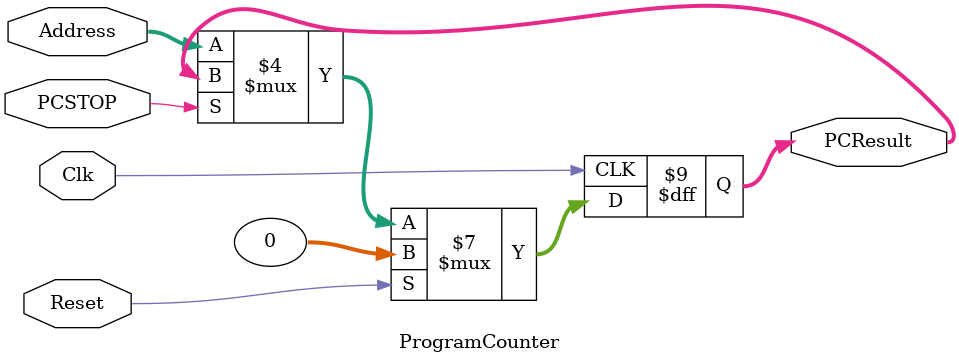
<source format=v>
`timescale 1ns / 1ps


module ProgramCounter(Address, PCResult, Reset, Clk, PCSTOP);
    input [31:0] Address;
    input Reset, Clk, PCSTOP;

    output reg [31:0] PCResult;

    always @(negedge Clk) begin
        if(Reset == 1)begin
            PCResult <= 32'b0;
        end
        else if(PCSTOP != 1)begin
            PCResult <= Address;
        end
    end

endmodule


</source>
